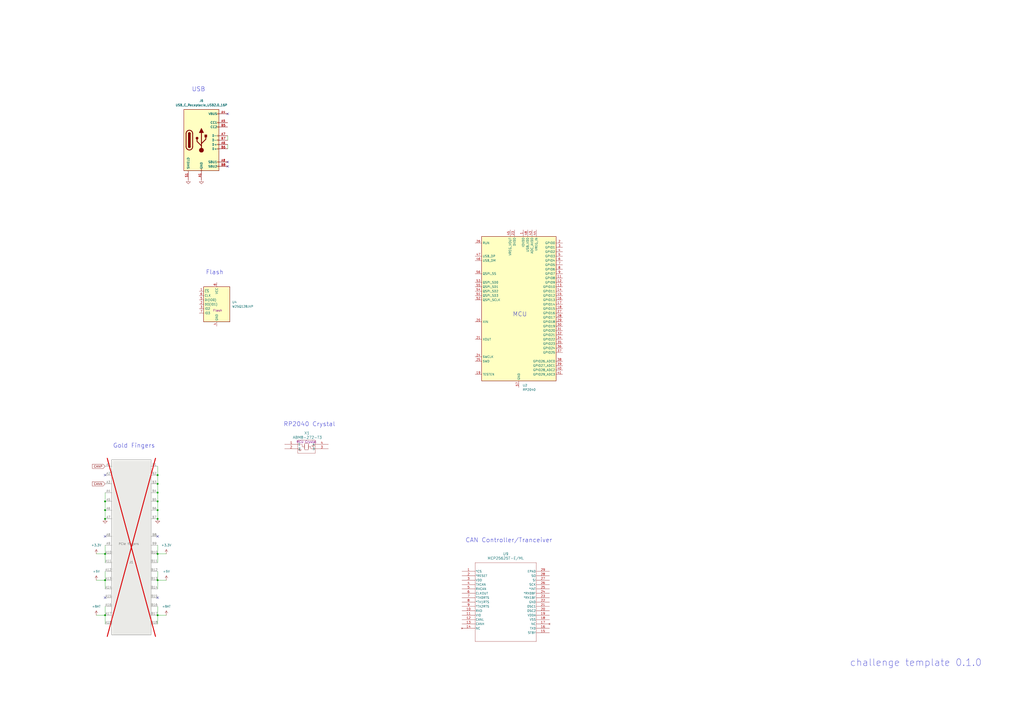
<source format=kicad_sch>
(kicad_sch (version 20250114) (generator "eeschema") (generator_version "9.0")
  (paper "A2")
  (lib_symbols
    (symbol "Connector:Bus_PCI_Express_x1" (pin_names (offset 0) (hide yes))
      (property "Reference" "J1" (at 4.826 -16.002 0))
      (property "info" "PCIe fingers" (at -1.524 -5.588 0))
      (symbol "Bus_PCI_Express_x1_0_1"
        (rectangle (start -11.43 43.18) (end 11.43 -58.42) (stroke (width 0.254)) (fill (type background)))
      )
      (symbol "Bus_PCI_Express_x1_1_1"
        (pin unspecified line (at -15.24 39.37 0) (length 3.81) (name "~{PRSNT1}") (number "A1"))
        (pin unspecified line (at -15.24 34.29 0) (length 3.81) (name "+12V") (number "A2"))
        (pin passive line (at -15.24 29.21 0) (length 3.81) (name "+12V") (number "A3"))
        (pin passive line (at -15.24 24.13 0) (length 3.81) (name "GND") (number "A4"))
        (pin input line (at -15.24 19.05 0) (length 3.81) (name "JTAG2") (number "A5"))
        (pin input line (at -15.24 13.97 0) (length 3.81) (name "JTAG3") (number "A6"))
        (pin output line (at -15.24 8.89 0) (length 3.81) (name "JTAG4") (number "A7"))
        (pin input line (at -15.24 -1.27 0) (length 3.81) (name "JTAG5") (number "A8"))
        (pin passive line (at -15.24 -6.35 0) (length 3.81) (name "+3.3V") (number "A9"))
        (pin passive line (at -15.24 -11.43 0) (length 3.81) (name "+3.3V") (number "A10"))
        (pin input line (at -15.24 -16.51 0) (length 3.81) (name "~{PERST}") (number "A11"))
        (pin passive line (at -15.24 -21.59 0) (length 3.81) (name "GND") (number "A12"))
        (pin input line (at -15.24 -26.67 0) (length 3.81) (name "REFCLK+") (number "A13"))
        (pin input line (at -15.24 -31.75 0) (length 3.81) (name "REFCLK-") (number "A14"))
        (pin passive line (at -15.24 -36.83 0) (length 3.81) (name "GND") (number "A15"))
        (pin output line (at -15.24 -41.91 0) (length 3.81) (name "PERp0") (number "A16"))
        (pin output line (at -15.24 -46.99 0) (length 3.81) (name "PERn0") (number "A17"))
        (pin passive line (at -15.24 -52.07 0) (length 3.81) (name "GND") (number "A18"))
        (pin power_in line (at 15.24 39.37 180) (length 3.81) (name "+12V") (number "B1"))
        (pin passive line (at 15.24 34.29 180) (length 3.81) (name "+12V") (number "B2"))
        (pin passive line (at 15.24 29.21 180) (length 3.81) (name "+12V") (number "B3"))
        (pin power_in line (at 15.24 24.13 180) (length 3.81) (name "GND") (number "B4"))
        (pin input line (at 15.24 19.05 180) (length 3.81) (name "SMCLK") (number "B5"))
        (pin bidirectional line (at 15.24 13.97 180) (length 3.81) (name "SMDAT") (number "B6"))
        (pin passive line (at 15.24 8.89 180) (length 3.81) (name "GND") (number "B7"))
        (pin power_in line (at 15.24 -1.27 180) (length 3.81) (name "+3.3V") (number "B8"))
        (pin input line (at 15.24 -6.35 180) (length 3.81) (name "JTAG1") (number "B9"))
        (pin power_in line (at 15.24 -11.43 180) (length 3.81) (name "3.3Vaux") (number "B10"))
        (pin open_collector line (at 15.24 -16.51 180) (length 3.81) (name "~{WAKE}") (number "B11"))
        (pin passive line (at 15.24 -21.59 180) (length 3.81) (name "RSVD") (number "B12"))
        (pin passive line (at 15.24 -26.67 180) (length 3.81) (name "GND") (number "B13"))
        (pin input line (at 15.24 -31.75 180) (length 3.81) (name "PETp0") (number "B14"))
        (pin input line (at 15.24 -36.83 180) (length 3.81) (name "PETn0") (number "B15"))
        (pin passive line (at 15.24 -41.91 180) (length 3.81) (name "GND") (number "B16"))
        (pin passive line (at 15.24 -46.99 180) (length 3.81) (name "~{PRSNT2}") (number "B17"))
        (pin passive line (at 15.24 -52.07 180) (length 3.81) (name "GND") (number "B18"))
      )
    )
    (symbol "Connector:USB_C_Receptacle_USB2.0_16P" (pin_names (offset 1.016))
      (property "Reference" "J" (at 0 22.225 0))
      (property "Value" "USB_C_Receptacle_USB2.0_16P" (at 0 19.685 0))
      (symbol "USB_C_Receptacle_USB2.0_16P_0_0"
        (rectangle (start -0.254 -17.78) (end 0.254 -16.764))
        (rectangle (start 10.16 15.494) (end 9.144 14.986))
        (rectangle (start 10.16 10.414) (end 9.144 9.906))
        (rectangle (start 10.16 7.874) (end 9.144 7.366))
        (rectangle (start 10.16 2.794) (end 9.144 2.286))
        (rectangle (start 10.16 0.254) (end 9.144 -0.254))
        (rectangle (start 10.16 -2.286) (end 9.144 -2.794))
        (rectangle (start 10.16 -4.826) (end 9.144 -5.334))
        (rectangle (start 10.16 -12.446) (end 9.144 -12.954))
        (rectangle (start 10.16 -14.986) (end 9.144 -15.494))
      )
      (symbol "USB_C_Receptacle_USB2.0_16P_0_1"
        (rectangle (start -10.16 17.78) (end 10.16 -17.78) (stroke (width 0.254)) (fill (type background)))
        (polyline (pts (xy -8.89 -3.81) (xy -8.89 3.81)) (stroke (width 0.508)))
        (rectangle (start -7.62 -3.81) (end -6.35 3.81) (stroke (width 0.254)) (fill (type outline)))
        (arc (start -7.62 3.81) (mid -6.985 4.4423) (end -6.35 3.81) (stroke (width 0.254)))
        (arc (start -7.62 3.81) (mid -6.985 4.4423) (end -6.35 3.81) (stroke (width 0.254)) (fill (type outline)))
        (arc (start -8.89 3.81) (mid -6.985 5.7067) (end -5.08 3.81) (stroke (width 0.508)))
        (arc (start -5.08 -3.81) (mid -6.985 -5.7067) (end -8.89 -3.81) (stroke (width 0.508)))
        (arc (start -6.35 -3.81) (mid -6.985 -4.4423) (end -7.62 -3.81) (stroke (width 0.254)))
        (arc (start -6.35 -3.81) (mid -6.985 -4.4423) (end -7.62 -3.81) (stroke (width 0.254)) (fill (type outline)))
        (polyline (pts (xy -5.08 3.81) (xy -5.08 -3.81)) (stroke (width 0.508)))
        (circle (center -2.54 1.143) (radius 0.635) (stroke (width 0.254)) (fill (type outline)))
        (polyline (pts (xy -1.27 4.318) (xy 0 6.858) (xy 1.27 4.318) (xy -1.27 4.318)) (stroke (width 0.254)) (fill (type outline)))
        (polyline (pts (xy 0 -2.032) (xy 2.54 0.508) (xy 2.54 1.778)) (stroke (width 0.508)))
        (polyline (pts (xy 0 -3.302) (xy -2.54 -0.762) (xy -2.54 0.508)) (stroke (width 0.508)))
        (polyline (pts (xy 0 -5.842) (xy 0 4.318)) (stroke (width 0.508)))
        (circle (center 0 -5.842) (radius 1.27) (fill (type outline)))
        (rectangle (start 1.905 1.778) (end 3.175 3.048) (stroke (width 0.254)) (fill (type outline)))
      )
      (symbol "USB_C_Receptacle_USB2.0_16P_1_1"
        (pin passive line (at -7.62 -22.86 90) (length 5.08) (name "SHIELD") (number "S1"))
        (pin passive line (at 0 -22.86 90) (length 5.08) (name "GND") (number "A1"))
        (pin passive line (at 0 -22.86 90) (length 5.08) (hide yes) (name "GND") (number "A12"))
        (pin passive line (at 0 -22.86 90) (length 5.08) (hide yes) (name "GND") (number "B1"))
        (pin passive line (at 0 -22.86 90) (length 5.08) (hide yes) (name "GND") (number "B12"))
        (pin passive line (at 15.24 15.24 180) (length 5.08) (name "VBUS") (number "A4"))
        (pin passive line (at 15.24 15.24 180) (length 5.08) (hide yes) (name "VBUS") (number "A9"))
        (pin passive line (at 15.24 15.24 180) (length 5.08) (hide yes) (name "VBUS") (number "B4"))
        (pin passive line (at 15.24 15.24 180) (length 5.08) (hide yes) (name "VBUS") (number "B9"))
        (pin bidirectional line (at 15.24 10.16 180) (length 5.08) (name "CC1") (number "A5"))
        (pin bidirectional line (at 15.24 7.62 180) (length 5.08) (name "CC2") (number "B5"))
        (pin bidirectional line (at 15.24 2.54 180) (length 5.08) (name "D-") (number "A7"))
        (pin bidirectional line (at 15.24 0 180) (length 5.08) (name "D-") (number "B7"))
        (pin bidirectional line (at 15.24 -2.54 180) (length 5.08) (name "D+") (number "A6"))
        (pin bidirectional line (at 15.24 -5.08 180) (length 5.08) (name "D+") (number "B6"))
        (pin bidirectional line (at 15.24 -12.7 180) (length 5.08) (name "SBU1") (number "A8"))
        (pin bidirectional line (at 15.24 -15.24 180) (length 5.08) (name "SBU2") (number "B8"))
      )
    )
    (symbol "MCP25625:MCP25625T-E_ML" (pin_names (offset 0.254))
      (property "Reference" "U" (at 25.4 10.16 0))
      (property "Value" "MCP25625T-E/ML" (at 25.4 7.62 0))
      (symbol "MCP25625T-E_ML_0_1"
        (polyline (pts (xy 7.62 5.08) (xy 7.62 -40.64)) (stroke (width 0.127)))
        (polyline (pts (xy 7.62 -40.64) (xy 43.18 -40.64)) (stroke (width 0.127)))
        (polyline (pts (xy 43.18 5.08) (xy 7.62 5.08)) (stroke (width 0.127)))
        (polyline (pts (xy 43.18 -40.64) (xy 43.18 5.08)) (stroke (width 0.127)))
        (pin input line (at 0 0 0) (length 7.62) (name "*CS") (number "1"))
        (pin input line (at 0 -2.54 0) (length 7.62) (name "*RESET") (number "2"))
        (pin power_in line (at 0 -5.08 0) (length 7.62) (name "VDD") (number "3"))
        (pin output line (at 0 -7.62 0) (length 7.62) (name "TXCAN") (number "4"))
        (pin input line (at 0 -10.16 0) (length 7.62) (name "RXCAN") (number "5"))
        (pin output line (at 0 -12.7 0) (length 7.62) (name "CLKOUT") (number "6"))
        (pin input line (at 0 -15.24 0) (length 7.62) (name "*TX0RTS") (number "7"))
        (pin input line (at 0 -17.78 0) (length 7.62) (name "*TX1RTS") (number "8"))
        (pin input line (at 0 -20.32 0) (length 7.62) (name "*TX2RTS") (number "9"))
        (pin output line (at 0 -22.86 0) (length 7.62) (name "RXD") (number "10"))
        (pin power_in line (at 0 -25.4 0) (length 7.62) (name "VIO") (number "11"))
        (pin bidirectional line (at 0 -27.94 0) (length 7.62) (name "CANL") (number "12"))
        (pin bidirectional line (at 0 -30.48 0) (length 7.62) (name "CANH") (number "13"))
        (pin no_connect line (at 0 -33.02 0) (length 7.62) (name "NC") (number "14"))
        (pin unspecified line (at 50.8 0 180) (length 7.62) (name "EPAD") (number "29"))
        (pin output line (at 50.8 -2.54 180) (length 7.62) (name "SO") (number "28"))
        (pin input line (at 50.8 -5.08 180) (length 7.62) (name "SI") (number "27"))
        (pin input line (at 50.8 -7.62 180) (length 7.62) (name "SCK") (number "26"))
        (pin output line (at 50.8 -10.16 180) (length 7.62) (name "*INT") (number "25"))
        (pin output line (at 50.8 -12.7 180) (length 7.62) (name "*RX0BF") (number "24"))
        (pin output line (at 50.8 -15.24 180) (length 7.62) (name "*RX1BF") (number "23"))
        (pin power_in line (at 50.8 -17.78 180) (length 7.62) (name "GND") (number "22"))
        (pin input line (at 50.8 -20.32 180) (length 7.62) (name "OSC1") (number "21"))
        (pin output line (at 50.8 -22.86 180) (length 7.62) (name "OSC2") (number "20"))
        (pin power_in line (at 50.8 -25.4 180) (length 7.62) (name "VDDA") (number "19"))
        (pin power_in line (at 50.8 -27.94 180) (length 7.62) (name "VSS") (number "18"))
        (pin no_connect line (at 50.8 -30.48 180) (length 7.62) (name "NC") (number "17"))
        (pin input line (at 50.8 -33.02 180) (length 7.62) (name "TXD") (number "16"))
        (pin input line (at 50.8 -35.56 180) (length 7.62) (name "STBY") (number "15"))
      )
    )
    (symbol "MCU_RaspberryPi:RP2040"
      (property "Reference" "U" (at 17.78 45.72 0))
      (property "Value" "RP2040" (at 17.78 43.18 0))
      (symbol "RP2040_0_1"
        (rectangle (start -21.59 41.91) (end 21.59 -41.91) (stroke (width 0.254)) (fill (type background)))
      )
      (symbol "RP2040_1_1"
        (pin input line (at -25.4 38.1 0) (length 3.81) (name "RUN") (number "26"))
        (pin bidirectional line (at -25.4 30.48 0) (length 3.81) (name "USB_DP") (number "47"))
        (pin bidirectional line (at -25.4 27.94 0) (length 3.81) (name "USB_DM") (number "46"))
        (pin bidirectional line (at -25.4 20.32 0) (length 3.81) (name "QSPI_SS") (number "56"))
        (pin bidirectional line (at -25.4 15.24 0) (length 3.81) (name "QSPI_SD0") (number "53"))
        (pin bidirectional line (at -25.4 12.7 0) (length 3.81) (name "QSPI_SD1") (number "55"))
        (pin bidirectional line (at -25.4 10.16 0) (length 3.81) (name "QSPI_SD2") (number "54"))
        (pin bidirectional line (at -25.4 7.62 0) (length 3.81) (name "QSPI_SD3") (number "51"))
        (pin output line (at -25.4 5.08 0) (length 3.81) (name "QSPI_SCLK") (number "52"))
        (pin input line (at -25.4 -7.62 0) (length 3.81) (name "XIN") (number "20"))
        (pin passive line (at -25.4 -17.78 0) (length 3.81) (name "XOUT") (number "21"))
        (pin input line (at -25.4 -27.94 0) (length 3.81) (name "SWCLK") (number "24"))
        (pin bidirectional line (at -25.4 -30.48 0) (length 3.81) (name "SWD") (number "25"))
        (pin input line (at -25.4 -38.1 0) (length 3.81) (name "TESTEN") (number "19"))
        (pin power_out line (at -5.08 45.72 270) (length 3.81) (name "VREG_VOUT") (number "45"))
        (pin power_in line (at -2.54 45.72 270) (length 3.81) (name "DVDD") (number "23"))
        (pin passive line (at -2.54 45.72 270) (length 3.81) (hide yes) (name "DVDD") (number "50"))
        (pin power_in line (at 0 -45.72 90) (length 3.81) (name "GND") (number "57"))
        (pin power_in line (at 2.54 45.72 270) (length 3.81) (name "IOVDD") (number "1"))
        (pin passive line (at 2.54 45.72 270) (length 3.81) (hide yes) (name "IOVDD") (number "10"))
        (pin passive line (at 2.54 45.72 270) (length 3.81) (hide yes) (name "IOVDD") (number "22"))
        (pin passive line (at 2.54 45.72 270) (length 3.81) (hide yes) (name "IOVDD") (number "33"))
        (pin passive line (at 2.54 45.72 270) (length 3.81) (hide yes) (name "IOVDD") (number "42"))
        (pin passive line (at 2.54 45.72 270) (length 3.81) (hide yes) (name "IOVDD") (number "49"))
        (pin power_in line (at 5.08 45.72 270) (length 3.81) (name "USB_VDD") (number "48"))
        (pin power_in line (at 7.62 45.72 270) (length 3.81) (name "ADC_AVDD") (number "43"))
        (pin power_in line (at 10.16 45.72 270) (length 3.81) (name "VREG_IN") (number "44"))
        (pin bidirectional line (at 25.4 38.1 180) (length 3.81) (name "GPIO0") (number "2"))
        (pin bidirectional line (at 25.4 35.56 180) (length 3.81) (name "GPIO1") (number "3"))
        (pin bidirectional line (at 25.4 33.02 180) (length 3.81) (name "GPIO2") (number "4"))
        (pin bidirectional line (at 25.4 30.48 180) (length 3.81) (name "GPIO3") (number "5"))
        (pin bidirectional line (at 25.4 27.94 180) (length 3.81) (name "GPIO4") (number "6"))
        (pin bidirectional line (at 25.4 25.4 180) (length 3.81) (name "GPIO5") (number "7"))
        (pin bidirectional line (at 25.4 22.86 180) (length 3.81) (name "GPIO6") (number "8"))
        (pin bidirectional line (at 25.4 20.32 180) (length 3.81) (name "GPIO7") (number "9"))
        (pin bidirectional line (at 25.4 17.78 180) (length 3.81) (name "GPIO8") (number "11"))
        (pin bidirectional line (at 25.4 15.24 180) (length 3.81) (name "GPIO9") (number "12"))
        (pin bidirectional line (at 25.4 12.7 180) (length 3.81) (name "GPIO10") (number "13"))
        (pin bidirectional line (at 25.4 10.16 180) (length 3.81) (name "GPIO11") (number "14"))
        (pin bidirectional line (at 25.4 7.62 180) (length 3.81) (name "GPIO12") (number "15"))
        (pin bidirectional line (at 25.4 5.08 180) (length 3.81) (name "GPIO13") (number "16"))
        (pin bidirectional line (at 25.4 2.54 180) (length 3.81) (name "GPIO14") (number "17"))
        (pin bidirectional line (at 25.4 0 180) (length 3.81) (name "GPIO15") (number "18"))
        (pin bidirectional line (at 25.4 -2.54 180) (length 3.81) (name "GPIO16") (number "27"))
        (pin bidirectional line (at 25.4 -5.08 180) (length 3.81) (name "GPIO17") (number "28"))
        (pin bidirectional line (at 25.4 -7.62 180) (length 3.81) (name "GPIO18") (number "29"))
        (pin bidirectional line (at 25.4 -10.16 180) (length 3.81) (name "GPIO19") (number "30"))
        (pin bidirectional line (at 25.4 -12.7 180) (length 3.81) (name "GPIO20") (number "31"))
        (pin bidirectional line (at 25.4 -15.24 180) (length 3.81) (name "GPIO21") (number "32"))
        (pin bidirectional line (at 25.4 -17.78 180) (length 3.81) (name "GPIO22") (number "34"))
        (pin bidirectional line (at 25.4 -20.32 180) (length 3.81) (name "GPIO23") (number "35"))
        (pin bidirectional line (at 25.4 -22.86 180) (length 3.81) (name "GPIO24") (number "36"))
        (pin bidirectional line (at 25.4 -25.4 180) (length 3.81) (name "GPIO25") (number "37"))
        (pin bidirectional line (at 25.4 -30.48 180) (length 3.81) (name "GPIO26_ADC0") (number "38"))
        (pin bidirectional line (at 25.4 -33.02 180) (length 3.81) (name "GPIO27_ADC1") (number "39"))
        (pin bidirectional line (at 25.4 -35.56 180) (length 3.81) (name "GPIO28_ADC2") (number "40"))
        (pin bidirectional line (at 25.4 -38.1 180) (length 3.81) (name "GPIO29_ADC3") (number "41"))
      )
    )
    (symbol "Memory_Flash:W25Q128JVP"
      (property "Reference" "U" (at -6.35 11.43 0))
      (property "Value" "W25Q128JVP" (at 7.62 11.43 0))
      (symbol "W25Q128JVP_0_1"
        (rectangle (start -7.62 10.16) (end 7.62 -10.16) (stroke (width 0.254)) (fill (type background)))
      )
      (symbol "W25Q128JVP_1_1"
        (pin input line (at -10.16 7.62 0) (length 2.54) (name "~{CS}") (number "1"))
        (pin input line (at -10.16 5.08 0) (length 2.54) (name "CLK") (number "6"))
        (pin bidirectional line (at -10.16 2.54 0) (length 2.54) (name "DI(IO0)") (number "5"))
        (pin bidirectional line (at -10.16 0 0) (length 2.54) (name "DO(IO1)") (number "2"))
        (pin bidirectional line (at -10.16 -2.54 0) (length 2.54) (name "IO2") (number "3"))
        (pin bidirectional line (at -10.16 -5.08 0) (length 2.54) (name "IO3") (number "7"))
        (pin power_in line (at 0 12.7 270) (length 2.54) (name "VCC") (number "8"))
        (pin power_in line (at 0 -12.7 90) (length 2.54) (name "GND") (number "4"))
      )
    )
    (symbol "crystal:ABM8-272-T3" (pin_names (offset 0.254))
      (property "Reference" "X" (at 12.7 7.62 0))
      (property "Value" "ABM8-272-T3" (at 12.7 5.08 0))
      (symbol "ABM8-272-T3_0_1"
        (polyline (pts (xy 7.62 2.54) (xy 7.62 -5.08)) (stroke (width 0.127)))
        (polyline (pts (xy 7.62 -2.54) (xy 8.89 -2.54)) (stroke (width 0.127)))
        (polyline (pts (xy 7.62 -5.08) (xy 17.78 -5.08)) (stroke (width 0.127)))
        (polyline (pts (xy 7.9375 -3.175) (xy 9.8425 -3.175)) (stroke (width 0.127)))
        (polyline (pts (xy 8.255 -3.4925) (xy 9.525 -3.4925)) (stroke (width 0.127)))
        (polyline (pts (xy 8.5725 -3.81) (xy 9.2075 -3.81)) (stroke (width 0.127)))
        (polyline (pts (xy 8.89 -2.54) (xy 8.89 -3.175)) (stroke (width 0.127)))
        (polyline (pts (xy 10.16 0) (xy 7.62 0)) (stroke (width 0.127)))
        (polyline (pts (xy 10.16 -1.27) (xy 10.16 0)) (stroke (width 0.127)))
        (polyline (pts (xy 11.43 0) (xy 11.43 -2.54)) (stroke (width 0.127)))
        (polyline (pts (xy 11.43 -1.27) (xy 10.16 -1.27)) (stroke (width 0.127)))
        (polyline (pts (xy 11.7475 0.635) (xy 11.7475 -3.175)) (stroke (width 0.127)))
        (polyline (pts (xy 11.7475 -3.175) (xy 13.6525 -3.175)) (stroke (width 0.127)))
        (polyline (pts (xy 13.6525 0.635) (xy 11.7475 0.635)) (stroke (width 0.127)))
        (polyline (pts (xy 13.6525 -3.175) (xy 13.6525 0.635)) (stroke (width 0.127)))
        (polyline (pts (xy 13.97 0) (xy 13.97 -2.54)) (stroke (width 0.127)))
        (polyline (pts (xy 13.97 -1.27) (xy 15.24 -1.27)) (stroke (width 0.127)))
        (polyline (pts (xy 15.24 -1.27) (xy 15.24 -2.54)) (stroke (width 0.127)))
        (polyline (pts (xy 15.24 -2.54) (xy 17.78 -2.54)) (stroke (width 0.127)))
        (polyline (pts (xy 16.51 0) (xy 16.51 -0.635)) (stroke (width 0.127)))
        (polyline (pts (xy 16.8275 -1.27) (xy 16.1925 -1.27)) (stroke (width 0.127)))
        (polyline (pts (xy 17.145 -0.9525) (xy 15.875 -0.9525)) (stroke (width 0.127)))
        (polyline (pts (xy 17.4625 -0.635) (xy 15.5575 -0.635)) (stroke (width 0.127)))
        (polyline (pts (xy 17.78 2.54) (xy 7.62 2.54)) (stroke (width 0.127)))
        (polyline (pts (xy 17.78 0) (xy 16.51 0)) (stroke (width 0.127)))
        (polyline (pts (xy 17.78 -5.08) (xy 17.78 2.54)) (stroke (width 0.127)))
        (pin unspecified line (at 0 0 0) (length 7.62) (name "1") (number "1"))
        (pin unspecified line (at 0 -2.54 0) (length 7.62) (name "2") (number "2"))
        (pin unspecified line (at 25.4 0 180) (length 7.62) (name "4") (number "4"))
        (pin unspecified line (at 25.4 -2.54 180) (length 7.62) (name "3") (number "3"))
      )
    )
    (symbol "power:GND" (power) (pin_numbers (hide yes)) (pin_names (offset 0) (hide yes))
      (property "Value" "GND" (at 0 -3.81 0))
      (symbol "GND_0_1"
        (polyline (pts (xy 0 0) (xy 0 -1.27) (xy 1.27 -1.27) (xy 0 -2.54) (xy -1.27 -1.27) (xy 0 -1.27)))
      )
      (symbol "GND_1_1"
        (pin power_in line (at 0 0 270) (length 0) (name "~") (number "1"))
      )
    )
    (symbol "power:VAA" (power) (pin_numbers (hide yes)) (pin_names (offset 0) (hide yes))
      (property "Value" "VAA" (at 0 3.556 0))
      (symbol "VAA_0_1"
        (polyline (pts (xy -0.762 1.27) (xy 0 2.54)))
        (polyline (pts (xy 0 2.54) (xy 0.762 1.27)))
        (polyline (pts (xy 0 0) (xy 0 2.54)))
      )
      (symbol "VAA_1_1"
        (pin power_in line (at 0 0 90) (length 0) (name "~") (number "1"))
      )
    )
  )
  (text "RP2040 Crystal" (at 164.465 247.65 0) (effects (font (size 2.54 2.54)) (justify left bottom)))
  (text "USB" (at 111.252 53.34 0) (effects (font (size 2.54 2.54)) (justify left bottom)))
  (text "MCU\n" (at 297.434 183.896 0) (effects (font (size 2.54 2.54)) (justify left bottom)))
  (text "challenge template 0.1.0" (at 493.014 386.842 0) (effects (font (size 4 4)) (justify left bottom)))
  (text "Gold Fingers" (at 65.532 260.096 0) (effects (font (size 2.54 2.54)) (justify left bottom)))
  (text "CAN Controller/Tranceiver" (at 270.002 314.96 0) (effects (font (size 2.54 2.54)) (justify left bottom)))
  (text "Flash" (at 119.38 159.512 0) (effects (font (size 2.54 2.54)) (justify left bottom)))
  (junction (at 91.44 356.87))
  (junction (at 91.44 295.91))
  (junction (at 91.44 285.75))
  (junction (at 60.96 321.31))
  (junction (at 91.44 280.67))
  (junction (at 60.96 295.91))
  (junction (at 91.44 300.99))
  (junction (at 91.44 290.83))
  (junction (at 60.96 300.99))
  (junction (at 91.44 275.59))
  (junction (at 60.96 356.87))
  (junction (at 91.44 336.55))
  (junction (at 60.96 290.83))
  (junction (at 91.44 321.31))
  (junction (at 60.96 336.55))
  (no_connect (at 91.44 346.71))
  (no_connect (at 132.08 96.52))
  (no_connect (at 132.08 93.98))
  (no_connect (at 91.44 311.15))
  (no_connect (at 60.96 346.71))
  (no_connect (at 60.96 275.59))
  (no_connect (at 132.08 66.04))
  (no_connect (at 60.96 311.15))
  (wire (pts (xy 91.44 290.83) (xy 91.44 295.91)))
  (wire (pts (xy 60.96 285.75) (xy 60.96 290.83)))
  (wire (pts (xy 91.44 321.31) (xy 91.44 326.39)))
  (wire (pts (xy 91.44 295.91) (xy 91.44 300.99)))
  (wire (pts (xy 55.88 356.87) (xy 60.96 356.87)))
  (wire (pts (xy 60.96 356.87) (xy 60.96 351.79)))
  (wire (pts (xy 132.08 81.28) (xy 132.08 78.74)))
  (wire (pts (xy 91.44 336.55) (xy 91.44 331.47)))
  (wire (pts (xy 60.96 321.31) (xy 60.96 316.23)))
  (wire (pts (xy 96.52 356.87) (xy 91.44 356.87)))
  (wire (pts (xy 91.44 280.67) (xy 91.44 285.75)))
  (wire (pts (xy 91.44 321.31) (xy 91.44 316.23)))
  (wire (pts (xy 60.96 356.87) (xy 60.96 361.95)))
  (wire (pts (xy 60.96 295.91) (xy 60.96 300.99)))
  (wire (pts (xy 91.44 356.87) (xy 91.44 351.79)))
  (wire (pts (xy 60.96 321.31) (xy 60.96 326.39)))
  (wire (pts (xy 55.88 336.55) (xy 60.96 336.55)))
  (wire (pts (xy 91.44 285.75) (xy 91.44 290.83)))
  (wire (pts (xy 55.88 321.31) (xy 60.96 321.31)))
  (wire (pts (xy 96.52 321.31) (xy 91.44 321.31)))
  (wire (pts (xy 60.96 336.55) (xy 60.96 341.63)))
  (wire (pts (xy 91.44 356.87) (xy 91.44 361.95)))
  (wire (pts (xy 132.08 83.82) (xy 132.08 86.36)))
  (wire (pts (xy 60.96 290.83) (xy 60.96 295.91)))
  (wire (pts (xy 96.52 336.55) (xy 91.44 336.55)))
  (wire (pts (xy 91.44 270.51) (xy 91.44 275.59)))
  (wire (pts (xy 60.96 336.55) (xy 60.96 331.47)))
  (wire (pts (xy 91.44 336.55) (xy 91.44 341.63)))
  (wire (pts (xy 91.44 275.59) (xy 91.44 280.67)))
  (global_label "CANN" (shape input) (at 60.96 280.67 180) (property "Intersheetrefs" "${INTERSHEET_REFS}" (effects (hide yes))))
  (global_label "CANP" (shape input) (at 60.96 270.51 180) (property "Intersheetrefs" "${INTERSHEET_REFS}" (effects (hide yes))))
  (symbol (lib_id "crystal:ABM8-272-T3") (at 165.1 257.81 0) (unit 1)
    (property "Reference" "X1" (at 178.054 251.206 0) (effects (font (size 1.524 1.524))))
    (property "Value" "ABM8-272-T3" (at 178.308 253.746 0) (effects (font (size 1.524 1.524))))
    (property "Footprint" "ABM8-272-T3:ABM8-272-T3_ABR" (effects (hide yes)))
    (property "Datasheet" "ABM8-272-T3" (effects (hide yes)))
    (property "LCSC Part #" "C20625731" (effects (hide yes)))
    (property "basic?" "no" (effects (hide yes)))
    (property "info" "MCU Crystal" (at 177.8 256.286 0))
    (property "price" "C$0.6692 " (effects (hide yes)))
    (property "JLC Link" "https://jlcpcb.com/partdetail/AbraconLlc-ABM8_272T3/C20625731" (effects (hide yes)))
    (property "Current Draw" "200 uW 3.3v" (effects (hide yes)))
  )
  (symbol (lib_id "power:VAA") (at 55.88 321.31 0) (unit 1)
    (property "Reference" "#PWR022" (effects (hide yes)))
    (property "Value" "+3.3V" (at 55.88 316.23 0))
    (property "Description" "Power symbol creates a global label with name \"VAA\"" (effects (hide yes)))
  )
  (symbol (lib_id "power:GND") (at 91.44 300.99 0) (unit 1)
    (property "Reference" "#PWR014" (effects (hide yes)))
    (property "Value" "GND" (effects (hide yes)))
    (property "Description" "Power symbol creates a global label with name \"GND\" , ground" (effects (hide yes)))
  )
  (symbol (lib_id "power:VAA") (at 96.52 336.55 0) (unit 1)
    (property "Reference" "#PWR021" (effects (hide yes)))
    (property "Value" "+5V" (at 96.52 331.47 0))
    (property "Description" "Power symbol creates a global label with name \"VAA\"" (effects (hide yes)))
  )
  (symbol (lib_id "power:VAA") (at 55.88 336.55 0) (unit 1)
    (property "Reference" "#PWR010" (effects (hide yes)))
    (property "Value" "+5V" (at 55.88 331.47 0))
    (property "Description" "Power symbol creates a global label with name \"VAA\"" (effects (hide yes)))
  )
  (symbol (lib_id "power:GND") (at 116.84 104.14 0) (unit 1)
    (property "Reference" "#PWR029" (effects (hide yes)))
    (property "Value" "GND" (effects (hide yes)))
    (property "Description" "Power symbol creates a global label with name \"GND\" , ground" (effects (hide yes)))
  )
  (symbol (lib_id "power:VAA") (at 96.52 321.31 0) (unit 1)
    (property "Reference" "#PWR023" (effects (hide yes)))
    (property "Value" "+3.3V" (at 96.52 316.23 0))
    (property "Description" "Power symbol creates a global label with name \"VAA\"" (effects (hide yes)))
  )
  (symbol (lib_id "power:GND") (at 109.22 104.14 0) (unit 1)
    (property "Reference" "#PWR028" (effects (hide yes)))
    (property "Value" "GND" (effects (hide yes)))
    (property "Description" "Power symbol creates a global label with name \"GND\" , ground" (effects (hide yes)))
  )
  (symbol (lib_id "power:GND") (at 60.96 300.99 0) (unit 1)
    (property "Reference" "#PWR015" (effects (hide yes)))
    (property "Value" "GND" (effects (hide yes)))
    (property "Description" "Power symbol creates a global label with name \"GND\" , ground" (effects (hide yes)))
  )
  (symbol (lib_id "power:VAA") (at 55.88 356.87 0) (mirror y) (unit 1)
    (property "Reference" "#PWR027" (effects (hide yes)))
    (property "Value" "+BAT" (at 55.88 351.79 0))
    (property "Description" "Power symbol creates a global label with name \"VAA\"" (effects (hide yes)))
  )
  (symbol (lib_id "power:VAA") (at 96.52 356.87 0) (unit 1)
    (property "Reference" "#PWR026" (effects (hide yes)))
    (property "Value" "+BAT" (at 96.52 351.79 0))
    (property "Description" "Power symbol creates a global label with name \"VAA\"" (effects (hide yes)))
  )
  (symbol (lib_id "Connector:Bus_PCI_Express_x1") (at 76.2 309.88 0) (unit 1) (dnp yes)
    (property "Reference" "J1" (at 74.93 326.136 0) (effects (justify left)))
    (property "Value" "Bus_PCI_Express_x1" (effects (hide yes)))
    (property "Footprint" "Connector_PCBEdge:BUS_PCIexpress_x1" (effects (hide yes)))
    (property "Datasheet" "http://www.ritrontek.com/uploadfile/2016/1026/20161026105231124.pdf#page=63" (effects (hide yes)))
    (property "Description" "PCI Express bus connector x1" (effects (hide yes)))
    (property "basic?" "n/a" (effects (hide yes)))
    (property "price" "n/a" (effects (hide yes)))
    (property "LCSC Part #" "n/a" (effects (hide yes)))
    (property "info" "PCIe fingers" (at 74.676 315.468 0))
    (property "JLC Link" "n/a" (effects (hide yes)))
  )
  (symbol (lib_id "Memory_Flash:W25Q128JVP") (at 125.73 176.53 0) (unit 1)
    (property "Reference" "U4" (at 134.62 175.2599 0) (effects (justify left)))
    (property "Value" "W25Q128JVP" (at 134.62 177.7999 0) (effects (justify left)))
    (property "Footprint" "Package_SON:WSON-8-1EP_6x5mm_P1.27mm_EP3.4x4.3mm" (effects (hide yes)))
    (property "Datasheet" "https://www.winbond.com/resource-files/w25q128jv_dtr%20revc%2003272018%20plus.pdf" (effects (hide yes)))
    (property "Description" "128Mb Serial Flash Memory, Standard/Dual/Quad SPI, WSON-8" (effects (hide yes)))
    (property "LCSC" "C190862" (effects (hide yes)))
    (property "basic?" "no" (effects (hide yes)))
    (property "price" "C$1.0737 " (effects (hide yes)))
    (property "LCSC Part #" "C190862" (effects (hide yes)))
    (property "info" "Flash" (at 126.238 180.086 0))
    (property "JLC Link" "https://jlcpcb.com/partdetail/WinbondElec-W25Q128JVPIQ/C190862" (effects (hide yes)))
    (property "Current Draw" "25mA" (effects (hide yes)))
  )
  (symbol (lib_id "MCU_RaspberryPi:RP2040") (at 300.99 179.07 0) (unit 1)
    (property "Reference" "U2" (at 303.1841 223.52 0) (effects (justify left)))
    (property "Value" "RP2040" (at 303.1841 226.06 0) (effects (justify left)))
    (property "Footprint" "Package_DFN_QFN:QFN-56-1EP_7x7mm_P0.4mm_EP3.2x3.2mm" (effects (hide yes)))
    (property "Datasheet" "https://datasheets.raspberrypi.com/rp2040/rp2040-datasheet.pdf" (effects (hide yes)))
    (property "Description" "A microcontroller by Raspberry Pi" (effects (hide yes)))
    (property "LCSC" "C2040" (effects (hide yes)))
    (property "basic?" "no" (effects (hide yes)))
    (property "price" "C$1.4190 " (effects (hide yes)))
    (property "LCSC Part #" "C2040" (effects (hide yes)))
    (property "info" "MCU" (effects (hide yes)))
    (property "JLC Link" "https://jlcpcb.com/partdetail/RaspberryPi-RP2040/C2040" (effects (hide yes)))
    (property "Current Draw" "20mA" (effects (hide yes)))
  )
  (symbol (lib_id "MCP25625:MCP25625T-E_ML") (at 267.97 331.47 0) (unit 1)
    (property "Reference" "U9" (at 293.37 321.31 0) (effects (font (size 1.524 1.524))))
    (property "Value" "MCP25625T-E/ML" (at 293.37 323.85 0) (effects (font (size 1.524 1.524))))
    (property "Footprint" "MCP25625T_E_ML:QFN28_6X6MC_MCH" (effects (hide yes)))
    (property "Datasheet" "MCP25625T-E/ML" (effects (hide yes)))
    (property "JLC Link" "https://jlcpcb.com/partdetail/MicrochipTech-MCP25625T_EML/C191253" (effects (hide yes)))
    (property "LCSC Part #" "C191253" (effects (hide yes)))
    (property "basic?" "no" (effects (hide yes)))
    (property "info" "CAN Controller/Tranceiver" (effects (hide yes)))
    (property "price" "C$2.9424 " (effects (hide yes)))
    (property "Current Draw" "Con=10mA, Tra=70mA" (effects (hide yes)))
  )
  (symbol (lib_id "Connector:USB_C_Receptacle_USB2.0_16P") (at 116.84 81.28 0) (unit 1)
    (property "Reference" "J6" (at 116.84 58.42 0))
    (property "Value" "USB_C_Receptacle_USB2.0_16P" (at 116.84 60.96 0))
    (property "Footprint" "Connector_USB:USB_C_Receptacle_Palconn_UTC16-G" (effects (hide yes)))
    (property "Datasheet" "https://www.usb.org/sites/default/files/documents/usb_type-c.zip" (effects (hide yes)))
    (property "Description" "USB 2.0-only 16P Type-C Receptacle connector" (effects (hide yes)))
    (property "JLC Link" "https://jlcpcb.com/partdetail/ShouHan-TYPE_C_16PIN_2MD_073/C2765186" (effects (hide yes)))
    (property "LCSC Part #" "C2765186" (effects (hide yes)))
    (property "basic?" "no" (effects (hide yes)))
    (property "info" "USB-C" (effects (hide yes)))
    (property "price" "C$0.0738 " (effects (hide yes)))
  )
)
</source>
